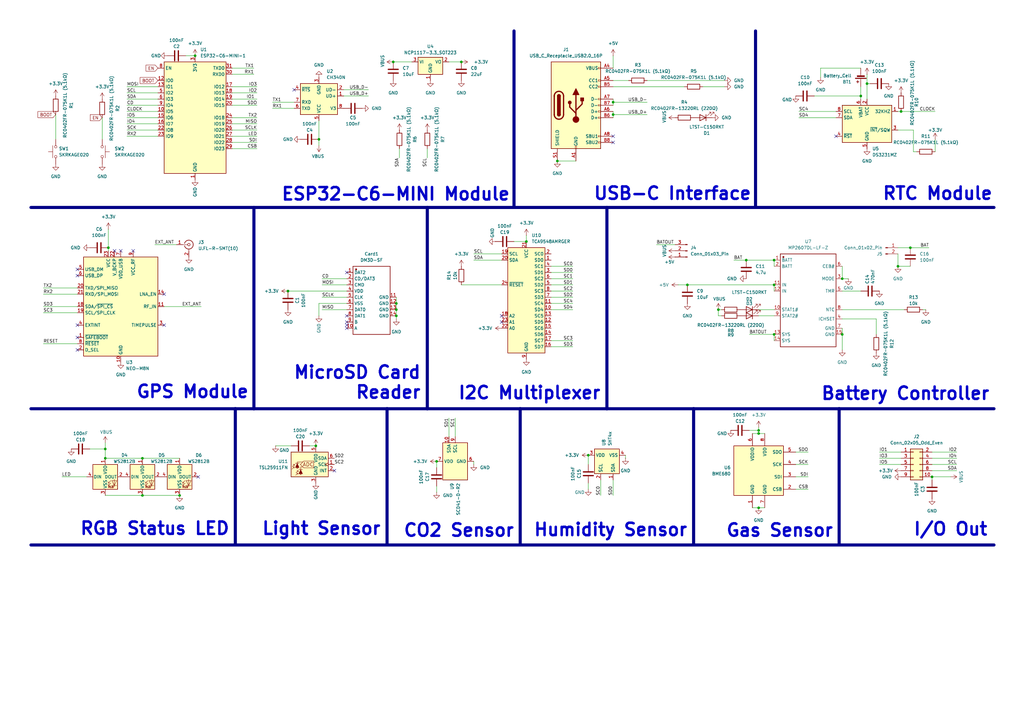
<source format=kicad_sch>
(kicad_sch (version 20250114) (generator "eeschema") (generator_version "9.0")
  (paper "A3")
  (title_block (title "Weather Station") (date "2025-11-28") (rev "4"))
  (text "Light Sensor" (at 131.826 216.916 0) (effects (font (size 5.08 5.08) (thickness 1.016) (bold yes))))
  (text "Battery Controller" (at 371.348 161.544 0) (effects (font (size 5.08 5.08) (thickness 1.016) (bold yes))))
  (text "RGB Status LED" (at 63.5 216.916 0) (effects (font (size 5.08 5.08) (thickness 1.016) (bold yes))))
  (text "MicroSD Card\nReader" (at 172.974 156.972 0) (effects (font (size 5.08 5.08) (thickness 1.016) (bold yes)) (justify right)))
  (text "CO2 Sensor" (at 188.214 217.678 0) (effects (font (size 5.08 5.08) (thickness 1.016) (bold yes))))
  (text "RTC Module" (at 384.556 79.502 0) (effects (font (size 5.08 5.08) (thickness 1.016) (bold yes))))
  (text "I/O Out" (at 389.89 217.17 0) (effects (font (size 5.08 5.08) (thickness 1.016) (bold yes))))
  (text "I2C Multiplexer" (at 217.17 161.29 0) (effects (font (size 5.08 5.08) (thickness 1.016) (bold yes))))
  (text "ESP32-C6-MINI Module" (at 162.306 79.756 0) (effects (font (size 5.08 5.08) (thickness 1.016) (bold yes))))
  (text "GPS Module" (at 78.994 160.782 0) (effects (font (size 5.08 5.08) (thickness 1.016) (bold yes))))
  (text "USB-C Interface" (at 275.844 79.502 0) (effects (font (size 5.08 5.08) (thickness 1.016) (bold yes))))
  (text "Gas Sensor" (at 319.786 217.678 0) (effects (font (size 5.08 5.08) (thickness 1.016) (bold yes))))
  (text "Humidity Sensor" (at 250.444 217.424 0) (effects (font (size 5.08 5.08) (thickness 1.016) (bold yes))))
  (junction (at 317.5 106.68))
  (junction (at 158.75 223.52))
  (junction (at 213.36 167.64))
  (junction (at 162.56 129.54))
  (junction (at 73.66 203.2))
  (junction (at 311.15 177.8))
  (junction (at 251.46 41.91))
  (junction (at 104.14 167.64))
  (junction (at 179.07 189.23))
  (junction (at 228.6 66.04))
  (junction (at 284.48 223.52))
  (junction (at 215.9 99.06))
  (junction (at 355.6 34.29))
  (junction (at 373.38 101.6))
  (junction (at 344.17 223.52))
  (junction (at 309.88 85.09))
  (junction (at 175.26 167.64))
  (junction (at 161.29 25.4))
  (junction (at 345.44 137.16))
  (junction (at 43.18 184.15))
  (junction (at 158.75 167.64))
  (junction (at 213.36 223.52))
  (junction (at 284.48 167.64))
  (junction (at 58.42 187.96))
  (junction (at 317.5 116.84))
  (junction (at 96.52 167.64))
  (junction (at 80.01 22.86))
  (junction (at 251.46 46.99))
  (junction (at 189.23 25.4))
  (junction (at 104.14 85.09))
  (junction (at 306.07 106.68))
  (junction (at 248.92 167.64))
  (junction (at 162.56 124.46))
  (junction (at 248.92 85.09))
  (junction (at 241.3 186.69))
  (junction (at 281.94 116.84))
  (junction (at 175.26 85.09))
  (junction (at 210.82 85.09))
  (junction (at 345.44 114.3))
  (junction (at 369.57 45.72))
  (junction (at 162.56 127))
  (junction (at 96.52 223.52))
  (junction (at 294.64 127))
  (junction (at 382.27 195.58))
  (junction (at 118.11 119.38))
  (junction (at 368.3 109.22))
  (junction (at 311.15 208.28))
  (junction (at 44.45 101.6))
  (junction (at 58.42 203.2))
  (junction (at 43.18 187.96))
  (junction (at 317.5 137.16))
  (junction (at 353.06 39.37))
  (junction (at 344.17 167.64))
  (junction (at 311.15 176.53))
  (junction (at 129.54 182.88))
  (junction (at 130.81 57.15))
  (no_connect (at 342.9 55.88))
  (no_connect (at 31.75 138.43))
  (no_connect (at 142.24 134.62))
  (no_connect (at 67.31 120.65))
  (no_connect (at 137.16 193.04))
  (no_connect (at 205.74 132.08))
  (no_connect (at 31.75 113.03))
  (no_connect (at 251.46 58.42))
  (no_connect (at 81.28 195.58))
  (no_connect (at 142.24 129.54))
  (no_connect (at 142.24 132.08))
  (no_connect (at 31.75 110.49))
  (no_connect (at 251.46 55.88))
  (no_connect (at 31.75 133.35))
  (no_connect (at 142.24 111.76))
  (no_connect (at 205.74 129.54))
  (no_connect (at 142.24 133.35))
  (no_connect (at 120.65 36.83))
  (no_connect (at 31.75 143.51))
  (no_connect (at 46.99 102.87))
  (no_connect (at 67.31 133.35))
  (no_connect (at 54.61 102.87))
  (no_connect (at 49.53 102.87))
  (wire (pts (xy 251.46 40.64) (xy 251.46 41.91)))
  (wire (pts (xy 43.18 181.61) (xy 43.18 184.15)))
  (wire (pts (xy 306.07 106.68) (xy 317.5 106.68)))
  (wire (pts (xy 307.34 137.16) (xy 317.5 137.16)))
  (wire (pts (xy 17.78 120.65) (xy 31.75 120.65)))
  (wire (pts (xy 95.25 50.8) (xy 105.41 50.8)))
  (wire (pts (xy 360.68 187.96) (xy 369.57 187.96)))
  (wire (pts (xy 383.54 57.15) (xy 383.54 62.23)))
  (wire (pts (xy 370.84 127) (xy 345.44 127)))
  (wire (pts (xy 326.39 190.5) (xy 331.47 190.5)))
  (bus (pts (xy 213.36 167.64) (xy 248.92 167.64)) (stroke (width 1.27)))
  (wire (pts (xy 336.55 31.75) (xy 336.55 27.94)))
  (wire (pts (xy 300.99 106.68) (xy 306.07 106.68)))
  (wire (pts (xy 359.41 130.81) (xy 359.41 137.16)))
  (bus (pts (xy 309.88 12.7) (xy 309.88 85.09)) (stroke (width 1.27)))
  (bus (pts (xy 284.48 223.52) (xy 344.17 223.52)) (stroke (width 1.27)))
  (wire (pts (xy 179.07 201.93) (xy 179.07 199.39)))
  (wire (pts (xy 52.07 35.56) (xy 64.77 35.56)))
  (bus (pts (xy 213.36 223.52) (xy 284.48 223.52)) (stroke (width 1.27)))
  (wire (pts (xy 368.3 45.72) (xy 369.57 45.72)))
  (wire (pts (xy 44.45 101.6) (xy 44.45 102.87)))
  (wire (pts (xy 194.31 190.5) (xy 194.31 189.23)))
  (wire (pts (xy 162.56 127) (xy 162.56 129.54)))
  (wire (pts (xy 369.57 45.72) (xy 383.54 45.72)))
  (wire (pts (xy 280.67 35.56) (xy 251.46 35.56)))
  (wire (pts (xy 140.97 36.83) (xy 151.13 36.83)))
  (wire (pts (xy 311.15 129.54) (xy 317.5 129.54)))
  (wire (pts (xy 58.42 203.2) (xy 73.66 203.2)))
  (wire (pts (xy 256.54 187.96) (xy 256.54 186.69)))
  (bus (pts (xy 175.26 85.09) (xy 210.82 85.09)) (stroke (width 1.27)))
  (wire (pts (xy 381 101.6) (xy 373.38 101.6)))
  (bus (pts (xy 158.75 223.52) (xy 158.75 167.64)) (stroke (width 1.27)))
  (wire (pts (xy 105.41 58.42) (xy 95.25 58.42)))
  (wire (pts (xy 132.08 121.92) (xy 142.24 121.92)))
  (wire (pts (xy 25.4 195.58) (xy 35.56 195.58)))
  (wire (pts (xy 184.15 171.45) (xy 184.15 179.07)))
  (wire (pts (xy 105.41 38.1) (xy 95.25 38.1)))
  (bus (pts (xy 175.26 167.64) (xy 175.26 85.09)) (stroke (width 1.27)))
  (wire (pts (xy 234.95 139.7) (xy 226.06 139.7)))
  (wire (pts (xy 130.81 59.69) (xy 130.81 57.15)))
  (wire (pts (xy 251.46 45.72) (xy 251.46 46.99)))
  (wire (pts (xy 41.91 57.15) (xy 41.91 48.26)))
  (wire (pts (xy 36.83 184.15) (xy 43.18 184.15)))
  (wire (pts (xy 345.44 109.22) (xy 345.44 114.3)))
  (bus (pts (xy 284.48 167.64) (xy 344.17 167.64)) (stroke (width 1.27)))
  (wire (pts (xy 105.41 55.88) (xy 95.25 55.88)))
  (wire (pts (xy 63.5 100.33) (xy 72.39 100.33)))
  (bus (pts (xy 344.17 223.52) (xy 344.17 167.64)) (stroke (width 1.27)))
  (wire (pts (xy 373.38 101.6) (xy 368.3 101.6)))
  (wire (pts (xy 118.11 119.38) (xy 142.24 119.38)))
  (wire (pts (xy 130.81 129.54) (xy 130.81 124.46)))
  (wire (pts (xy 184.15 25.4) (xy 189.23 25.4)))
  (wire (pts (xy 234.95 119.38) (xy 226.06 119.38)))
  (wire (pts (xy 251.46 203.2) (xy 251.46 196.85)))
  (wire (pts (xy 251.46 41.91) (xy 265.43 41.91)))
  (bus (pts (xy 344.17 167.64) (xy 407.67 167.64)) (stroke (width 1.27)))
  (wire (pts (xy 392.43 187.96) (xy 382.27 187.96)))
  (wire (pts (xy 360.68 185.42) (xy 369.57 185.42)))
  (wire (pts (xy 311.15 176.53) (xy 311.15 177.8)))
  (wire (pts (xy 281.94 116.84) (xy 317.5 116.84)))
  (wire (pts (xy 43.18 203.2) (xy 58.42 203.2)))
  (wire (pts (xy 52.07 45.72) (xy 64.77 45.72)))
  (wire (pts (xy 379.73 127) (xy 378.46 127)))
  (wire (pts (xy 52.07 43.18) (xy 64.77 43.18)))
  (wire (pts (xy 215.9 96.52) (xy 215.9 99.06)))
  (bus (pts (xy 96.52 223.52) (xy 158.75 223.52)) (stroke (width 1.27)))
  (wire (pts (xy 246.38 203.2) (xy 246.38 196.85)))
  (wire (pts (xy 210.82 99.06) (xy 215.9 99.06)))
  (wire (pts (xy 111.76 41.91) (xy 120.65 41.91)))
  (wire (pts (xy 111.76 44.45) (xy 120.65 44.45)))
  (wire (pts (xy 228.6 66.04) (xy 236.22 66.04)))
  (wire (pts (xy 44.45 93.98) (xy 44.45 101.6)))
  (bus (pts (xy 210.82 12.7) (xy 210.82 85.09)) (stroke (width 1.27)))
  (wire (pts (xy 104.14 27.94) (xy 95.25 27.94)))
  (wire (pts (xy 105.41 48.26) (xy 95.25 48.26)))
  (wire (pts (xy 308.61 177.8) (xy 311.15 177.8)))
  (wire (pts (xy 52.07 53.34) (xy 64.77 53.34)))
  (wire (pts (xy 317.5 106.68) (xy 317.5 109.22)))
  (wire (pts (xy 179.07 191.77) (xy 179.07 189.23)))
  (wire (pts (xy 132.08 127) (xy 142.24 127)))
  (wire (pts (xy 17.78 128.27) (xy 31.75 128.27)))
  (wire (pts (xy 163.83 64.77) (xy 163.83 60.96)))
  (wire (pts (xy 251.46 46.99) (xy 265.43 46.99)))
  (wire (pts (xy 353.06 35.56) (xy 353.06 39.37)))
  (wire (pts (xy 105.41 35.56) (xy 95.25 35.56)))
  (wire (pts (xy 356.87 34.29) (xy 355.6 34.29)))
  (wire (pts (xy 105.41 53.34) (xy 95.25 53.34)))
  (wire (pts (xy 130.81 124.46) (xy 142.24 124.46)))
  (wire (pts (xy 140.97 39.37) (xy 151.13 39.37)))
  (wire (pts (xy 345.44 137.16) (xy 345.44 143.51)))
  (wire (pts (xy 326.39 195.58) (xy 331.47 195.58)))
  (wire (pts (xy 17.78 140.97) (xy 31.75 140.97)))
  (wire (pts (xy 43.18 184.15) (xy 43.18 187.96)))
  (wire (pts (xy 368.3 109.22) (xy 373.38 109.22)))
  (wire (pts (xy 162.56 121.92) (xy 162.56 124.46)))
  (wire (pts (xy 336.55 27.94) (xy 353.06 27.94)))
  (wire (pts (xy 334.01 39.37) (xy 353.06 39.37)))
  (wire (pts (xy 375.92 62.23) (xy 374.65 62.23)))
  (wire (pts (xy 355.6 34.29) (xy 355.6 40.64)))
  (bus (pts (xy 213.36 223.52) (xy 213.36 167.64)) (stroke (width 1.27)))
  (wire (pts (xy 389.89 195.58) (xy 382.27 195.58)))
  (wire (pts (xy 234.95 124.46) (xy 226.06 124.46)))
  (wire (pts (xy 360.68 190.5) (xy 369.57 190.5)))
  (wire (pts (xy 326.39 185.42) (xy 331.47 185.42)))
  (wire (pts (xy 317.5 137.16) (xy 317.5 139.7)))
  (wire (pts (xy 52.07 55.88) (xy 64.77 55.88)))
  (wire (pts (xy 311.15 177.8) (xy 313.69 177.8)))
  (wire (pts (xy 327.66 45.72) (xy 342.9 45.72)))
  (wire (pts (xy 226.06 109.22) (xy 234.95 109.22)))
  (bus (pts (xy 96.52 167.64) (xy 104.14 167.64)) (stroke (width 1.27)))
  (wire (pts (xy 52.07 50.8) (xy 64.77 50.8)))
  (wire (pts (xy 127 182.88) (xy 129.54 182.88)))
  (wire (pts (xy 95.25 40.64) (xy 105.41 40.64)))
  (wire (pts (xy 251.46 41.91) (xy 251.46 43.18)))
  (wire (pts (xy 17.78 118.11) (xy 31.75 118.11)))
  (wire (pts (xy 368.3 109.22) (xy 368.3 104.14)))
  (wire (pts (xy 294.64 127) (xy 295.91 127)))
  (wire (pts (xy 113.03 182.88) (xy 119.38 182.88)))
  (bus (pts (xy 158.75 223.52) (xy 213.36 223.52)) (stroke (width 1.27)))
  (wire (pts (xy 327.66 48.26) (xy 342.9 48.26)))
  (wire (pts (xy 392.43 193.04) (xy 382.27 193.04)))
  (wire (pts (xy 382.27 196.85) (xy 382.27 195.58)))
  (wire (pts (xy 161.29 25.4) (xy 168.91 25.4)))
  (wire (pts (xy 234.95 121.92) (xy 226.06 121.92)))
  (bus (pts (xy 96.52 167.64) (xy 96.52 223.52)) (stroke (width 1.27)))
  (wire (pts (xy 345.44 134.62) (xy 345.44 137.16)))
  (wire (pts (xy 105.41 43.18) (xy 95.25 43.18)))
  (wire (pts (xy 58.42 187.96) (xy 73.66 187.96)))
  (wire (pts (xy 22.86 57.15) (xy 22.86 46.99)))
  (wire (pts (xy 186.69 171.45) (xy 186.69 179.07)))
  (wire (pts (xy 52.07 40.64) (xy 64.77 40.64)))
  (wire (pts (xy 317.5 116.84) (xy 317.5 119.38)))
  (wire (pts (xy 162.56 124.46) (xy 162.56 127)))
  (wire (pts (xy 251.46 22.86) (xy 251.46 27.94)))
  (bus (pts (xy 248.92 85.09) (xy 309.88 85.09)) (stroke (width 1.27)))
  (wire (pts (xy 353.06 39.37) (xy 353.06 40.64)))
  (bus (pts (xy 210.82 85.09) (xy 248.92 85.09)) (stroke (width 1.27)))
  (wire (pts (xy 52.07 38.1) (xy 64.77 38.1)))
  (wire (pts (xy 234.95 114.3) (xy 226.06 114.3)))
  (wire (pts (xy 104.14 30.48) (xy 95.25 30.48)))
  (bus (pts (xy 248.92 167.64) (xy 284.48 167.64)) (stroke (width 1.27)))
  (wire (pts (xy 257.81 33.02) (xy 251.46 33.02)))
  (bus (pts (xy 104.14 85.09) (xy 175.26 85.09)) (stroke (width 1.27)))
  (wire (pts (xy 308.61 208.28) (xy 311.15 208.28)))
  (wire (pts (xy 76.2 22.86) (xy 80.01 22.86)))
  (wire (pts (xy 294.64 127) (xy 294.64 129.54)))
  (wire (pts (xy 234.95 116.84) (xy 226.06 116.84)))
  (wire (pts (xy 82.55 125.73) (xy 67.31 125.73)))
  (wire (pts (xy 326.39 200.66) (xy 331.47 200.66)))
  (wire (pts (xy 311.15 127) (xy 317.5 127)))
  (wire (pts (xy 251.46 46.99) (xy 251.46 48.26)))
  (bus (pts (xy 284.48 223.52) (xy 284.48 167.64)) (stroke (width 1.27)))
  (bus (pts (xy 309.88 85.09) (xy 407.67 85.09)) (stroke (width 1.27)))
  (wire (pts (xy 311.15 175.26) (xy 311.15 176.53)))
  (wire (pts (xy 307.34 176.53) (xy 311.15 176.53)))
  (bus (pts (xy 175.26 167.64) (xy 213.36 167.64)) (stroke (width 1.27)))
  (wire (pts (xy 105.41 60.96) (xy 95.25 60.96)))
  (wire (pts (xy 234.95 142.24) (xy 226.06 142.24)))
  (wire (pts (xy 294.64 129.54) (xy 295.91 129.54)))
  (wire (pts (xy 194.31 104.14) (xy 205.74 104.14)))
  (wire (pts (xy 392.43 185.42) (xy 382.27 185.42)))
  (wire (pts (xy 347.98 114.3) (xy 345.44 114.3)))
  (bus (pts (xy 158.75 167.64) (xy 175.26 167.64)) (stroke (width 1.27)))
  (wire (pts (xy 345.44 119.38) (xy 353.06 119.38)))
  (bus (pts (xy 248.92 167.64) (xy 248.92 85.09)) (stroke (width 1.27)))
  (bus (pts (xy 104.14 85.09) (xy 104.14 167.64)) (stroke (width 1.27)))
  (wire (pts (xy 311.15 208.28) (xy 313.69 208.28)))
  (wire (pts (xy 374.65 53.34) (xy 368.3 53.34)))
  (wire (pts (xy 132.08 114.3) (xy 142.24 114.3)))
  (wire (pts (xy 241.3 200.66) (xy 241.3 198.12)))
  (wire (pts (xy 265.43 33.02) (xy 297.18 33.02)))
  (wire (pts (xy 241.3 190.5) (xy 241.3 186.69)))
  (wire (pts (xy 132.08 116.84) (xy 142.24 116.84)))
  (wire (pts (xy 269.24 100.33) (xy 276.86 100.33)))
  (wire (pts (xy 189.23 116.84) (xy 205.74 116.84)))
  (wire (pts (xy 194.31 106.68) (xy 205.74 106.68)))
  (wire (pts (xy 226.06 111.76) (xy 234.95 111.76)))
  (wire (pts (xy 297.18 35.56) (xy 288.29 35.56)))
  (wire (pts (xy 43.18 187.96) (xy 58.42 187.96)))
  (wire (pts (xy 392.43 190.5) (xy 382.27 190.5)))
  (wire (pts (xy 374.65 62.23) (xy 374.65 53.34)))
  (bus (pts (xy 12.7 85.09) (xy 104.14 85.09)) (stroke (width 1.27)))
  (wire (pts (xy 52.07 48.26) (xy 64.77 48.26)))
  (wire (pts (xy 130.81 57.15) (xy 130.81 49.53)))
  (bus (pts (xy 12.7 223.52) (xy 96.52 223.52)) (stroke (width 1.27)))
  (wire (pts (xy 355.6 30.48) (xy 355.6 34.29)))
  (wire (pts (xy 162.56 130.81) (xy 162.56 129.54)))
  (wire (pts (xy 278.13 116.84) (xy 281.94 116.84)))
  (bus (pts (xy 12.7 167.64) (xy 96.52 167.64)) (stroke (width 1.27)))
  (bus (pts (xy 344.17 223.52) (xy 407.67 223.52)) (stroke (width 1.27)))
  (wire (pts (xy 234.95 127) (xy 226.06 127)))
  (wire (pts (xy 17.78 125.73) (xy 31.75 125.73)))
  (bus (pts (xy 104.14 167.64) (xy 158.75 167.64)) (stroke (width 1.27)))
  (wire (pts (xy 175.26 64.77) (xy 175.26 60.96)))
  (wire (pts (xy 359.41 130.81) (xy 345.44 130.81)))
  (label "EXT_ANT" (at 63.5 100.33 0))
  (label "TX2" (at 17.78 118.11 0))
  (label "SD4" (at 327.66 48.26 0))
  (label "SDO" (at 105.41 43.18 180))
  (label "USB_D-" (at 265.43 41.91 180))
  (label "USB_D-" (at 151.13 36.83 180))
  (label "IO4" (at 52.07 50.8 0))
  (label "RX1" (at 111.76 44.45 0))
  (label "IO3" (at 105.41 35.56 180))
  (label "CSB" (at 331.47 200.66 180))
  (label "SC2" (at 137.16 190.5 0))
  (label "IO2" (at 392.43 185.42 180))
  (label "SDA" (at 194.31 106.68 0))
  (label "RESET" (at 17.78 140.97 0))
  (label "SC4" (at 234.95 124.46 180))
  (label "SCL" (at 52.07 38.1 0))
  (label "SD2" (at 234.95 121.92 180))
  (label "LED" (at 25.4 195.58 0))
  (label "IO3" (at 360.68 187.96 0))
  (label "USB_D+" (at 151.13 39.37 180))
  (label "SD0" (at 234.95 111.76 180))
  (label "SC1" (at 186.69 171.45 270))
  (label "USB_D+" (at 265.43 46.99 180))
  (label "RX2" (at 17.78 120.65 0))
  (label "TX1" (at 104.14 27.94 180))
  (label "SD4" (at 234.95 127 180))
  (label "SD1" (at 184.15 171.45 270))
  (label "SC0" (at 246.38 203.2 90))
  (label "SCK" (at 52.07 53.34 0))
  (label "SDI" (at 105.41 58.42 180))
  (label "SCL" (at 175.26 64.77 270))
  (label "SC3" (at 17.78 128.27 0))
  (label "MISO" (at 105.41 50.8 180))
  (label "LED" (at 105.41 55.88 180))
  (label "SC3" (at 234.95 139.7 180))
  (label "TX2" (at 105.41 48.26 180))
  (label "CD" (at 52.07 43.18 0))
  (label "SC2" (at 234.95 119.38 180))
  (label "IO4" (at 392.43 187.96 180))
  (label "SD2" (at 137.16 187.96 0))
  (label "SD3" (at 234.95 142.24 180))
  (label "MOSI" (at 132.08 116.84 0))
  (label "BATOUT" (at 269.24 100.33 0))
  (label "BAT" (at 381 101.6 180))
  (label "MOSI" (at 52.07 35.56 0))
  (label "CD" (at 132.08 114.3 0))
  (label "SCL" (at 194.31 104.14 0))
  (label "CSB" (at 105.41 60.96 180))
  (label "SC0" (at 234.95 109.22 180))
  (label "SD3" (at 17.78 125.73 0))
  (label "SDA" (at 52.07 40.64 0))
  (label "IO1 " (at 105.41 40.64 180))
  (label "IO5" (at 52.07 48.26 0))
  (label "SCK" (at 331.47 190.5 180))
  (label "SDO" (at 331.47 185.42 180))
  (label "CLOCK" (at 383.54 45.72 180))
  (label "SD0" (at 251.46 203.2 90))
  (label "SDA" (at 163.83 64.77 270))
  (label "IO5" (at 360.68 190.5 0))
  (label "MISO" (at 132.08 127 0))
  (label "SDI" (at 331.47 195.58 180))
  (label "SCLK" (at 105.41 53.34 180))
  (label "SCL" (at 392.43 190.5 180))
  (label "CLOCK" (at 52.07 45.72 0))
  (label "SC1" (at 234.95 114.3 180))
  (label "BATOUT" (at 307.34 137.16 0))
  (label "IO1 " (at 360.68 185.42 0))
  (label "BAT" (at 300.99 106.68 0))
  (label "SC4" (at 327.66 45.72 0))
  (label "IO2" (at 105.41 38.1 180))
  (label "SCLK" (at 132.08 121.92 0))
  (label "SDA" (at 392.43 193.04 180))
  (label "SD1" (at 234.95 116.84 180))
  (label "TX1" (at 111.76 41.91 0))
  (label "EXT_ANT" (at 82.55 125.73 180))
  (label "RX1" (at 104.14 30.48 180))
  (label "RX2" (at 52.07 55.88 0))
  (global_label "EN" (shape input) (at 41.91 48.26 180) (property "Intersheetrefs" "${INTERSHEET_REFS}" (effects (hide yes))))
  (global_label "EN" (shape input) (at 64.77 27.94 180) (property "Intersheetrefs" "${INTERSHEET_REFS}" (effects (hide yes))))
  (global_label "BOOT" (shape input) (at 22.86 46.99 180) (property "Intersheetrefs" "${INTERSHEET_REFS}" (effects (hide yes))))
  (global_label "BOOT" (shape input) (at 64.77 33.02 180) (property "Intersheetrefs" "${INTERSHEET_REFS}" (effects (hide yes))))
  (symbol (lib_id "power:+3.3V") (at 175.26 53.34 0) (unit 1)
    (property "Reference" "#PWR032" (effects (hide yes)))
    (property "Value" "+3.3V" (at 175.26 48.26 0))
    (property "Description" "Power symbol creates a global label with name \"+3.3V\"" (effects (hide yes)))
  )
  (symbol (lib_id "Device:C") (at 118.11 123.19 0) (unit 1)
    (property "Reference" "C1" (at 121.92 123.19 90))
    (property "Value" "100nF" (at 124.46 123.19 90))
    (property "Footprint" "10uF:C0402" (effects (hide yes)))
    (property "Description" "Unpolarized capacitor" (effects (hide yes)))
  )
  (symbol (lib_id "power:GND") (at 77.47 105.41 0) (unit 1)
    (property "Reference" "#PWR034" (effects (hide yes)))
    (property "Value" "GND" (at 77.47 110.49 0))
    (property "Description" "Power symbol creates a global label with name \"GND\" , ground" (effects (hide yes)))
  )
  (symbol (lib_id "Switch:SW_Push") (at 41.91 62.23 270) (unit 1)
    (property "Reference" "SW2" (at 46.99 60.9599 90) (effects (justify left)))
    (property "Value" "SKRKAGE020" (at 46.99 63.4999 90) (effects (justify left)))
    (property "Footprint" "Button_Switch_SMD:SW_Push_SPST_NO_Alps_SKRK" (effects (hide yes)))
    (property "Description" "Push button switch, generic, two pins" (effects (hide yes)))
  )
  (symbol (lib_id "power:VBUS") (at 161.29 25.4 90) (unit 1)
    (property "Reference" "#PWR029" (effects (hide yes)))
    (property "Value" "VBUS" (at 156.8958 25.019 0))
  )
  (symbol (lib_id "power:GND") (at 311.15 208.28 0) (unit 1)
    (property "Reference" "#PWR049" (effects (hide yes)))
    (property "Value" "GND" (at 311.15 213.36 0))
    (property "Description" "Power symbol creates a global label with name \"GND\" , ground" (effects (hide yes)))
  )
  (symbol (lib_id "power:+3.3V") (at 369.57 38.1 0) (unit 1)
    (property "Reference" "#PWR051" (effects (hide yes)))
    (property "Value" "+3.3V" (at 369.57 33.02 0))
    (property "Description" "Power symbol creates a global label with name \"+3.3V\"" (effects (hide yes)))
  )
  (symbol (lib_id "Device:R") (at 261.62 33.02 90) (unit 1)
    (property "Reference" "R3" (at 261.62 26.67 90))
    (property "Value" "RC0402FR-075K1L (5.1kΩ)" (at 261.62 29.21 90))
    (property "Footprint" "0402:R0402" (effects (hide yes)))
    (property "Description" "Resistor" (effects (hide yes)))
  )
  (symbol (lib_id "Switch:SW_Push") (at 22.86 62.23 90) (unit 1)
    (property "Reference" "SW1" (at 24.13 60.9599 90) (effects (justify right)))
    (property "Value" "SKRKAGE020" (at 24.13 63.4999 90) (effects (justify right)))
    (property "Footprint" "Button_Switch_SMD:SW_Push_SPST_NO_Alps_SKRK" (effects (hide yes)))
    (property "Description" "Push button switch, generic, two pins" (effects (hide yes)))
  )
  (symbol (lib_id "power:+3.3V") (at 80.01 22.86 0) (unit 1)
    (property "Reference" "#PWR015" (effects (hide yes)))
    (property "Value" "+3.3V" (at 80.01 17.78 0))
    (property "Description" "Power symbol creates a global label with name \"+3.3V\"" (effects (hide yes)))
  )
  (symbol (lib_id "Device:R") (at 379.73 62.23 90) (unit 1)
    (property "Reference" "R11" (at 379.73 55.88 90))
    (property "Value" "RC0402FR-075K1L (5.1kΩ)" (at 379.73 58.42 90))
    (property "Footprint" "0402:R0402" (effects (hide yes)))
    (property "Description" "Resistor" (effects (hide yes)))
  )
  (symbol (lib_name "GND_1") (lib_id "power:GND") (at 299.72 176.53 0) (unit 1)
    (property "Reference" "#PWR045" (effects (hide yes)))
    (property "Value" "GND" (at 294.132 177.8 0) (effects (justify left)))
    (property "Description" "Power symbol creates a global label with name \"GND\" , ground" (effects (hide yes)))
  )
  (symbol (lib_id "Device:R") (at 280.67 48.26 90) (unit 1)
    (property "Reference" "R4" (at 280.67 41.91 90))
    (property "Value" "RC0402FR-13220RL (220Ω)" (at 280.67 44.45 90))
    (property "Footprint" "0402:R0402" (effects (hide yes)))
    (property "Description" "Resistor" (effects (hide yes)))
  )
  (symbol (lib_name "GND_1") (lib_id "power:GND") (at 194.31 190.5 0) (unit 1)
    (property "Reference" "#PWR067" (effects (hide yes)))
    (property "Value" "GND" (at 196.85 191.7699 0) (effects (justify left)))
    (property "Description" "Power symbol creates a global label with name \"GND\" , ground" (effects (hide yes)))
  )
  (symbol (lib_id "Regulator_Linear:NCP1117-3.3_SOT223") (at 176.53 25.4 0) (unit 1)
    (property "Reference" "U4" (at 176.53 19.05 0))
    (property "Value" "NCP1117-3.3_SOT223" (at 176.53 21.59 0))
    (property "Footprint" "Package_TO_SOT_SMD:SOT-223-3_TabPin2" (effects (hide yes)))
    (property "Datasheet" "http://www.onsemi.com/pub_link/Collateral/NCP1117-D.PDF" (effects (hide yes)))
    (property "Description" "1A Low drop-out regulator, Fixed Output 3.3V, SOT-223" (effects (hide yes)))
  )
  (symbol (lib_id "power:+5V") (at 251.46 22.86 0) (unit 1)
    (property "Reference" "#PWR06" (effects (hide yes)))
    (property "Value" "+5V" (at 251.46 17.78 0))
    (property "Description" "Power symbol creates a global label with name \"+5V\"" (effects (hide yes)))
  )
  (symbol (lib_id "LED:WS2812B") (at 58.42 195.58 0) (unit 1)
    (property "Reference" "D5" (at 66.294 186.69 0))
    (property "Value" "WS2812B" (at 66.294 189.23 0))
    (property "Footprint" "LED_SMD:LED_WS2812B_PLCC4_5.0x5.0mm_P3.2mm" (effects (hide yes)))
    (property "Datasheet" "https://cdn-shop.adafruit.com/datasheets/WS2812B.pdf" (effects (hide yes)))
    (property "Description" "RGB LED with integrated controller" (effects (hide yes)))
  )
  (symbol (lib_id "Interface_USB:CH340N") (at 130.81 41.91 180) (unit 1)
    (property "Reference" "U2" (at 133.9281 29.21 0) (effects (justify right)))
    (property "Value" "CH340N" (at 133.9281 31.75 0) (effects (justify right)))
    (property "Footprint" "Package_SO:SOP-8_3.9x4.9mm_P1.27mm" (effects (hide yes)))
    (property "Datasheet" "https://aitendo3.sakura.ne.jp/aitendo_data/product_img/ic/inteface/CH340N/ch340n.pdf" (effects (hide yes)))
    (property "Description" "USB serial converter, 2Mbps, UART, SOP-8" (effects (hide yes)))
  )
  (symbol (lib_id "Device:C") (at 161.29 29.21 0) (unit 1)
    (property "Reference" "C7" (at 165.1 27.9399 0) (effects (justify left)))
    (property "Value" "10uF" (at 165.1 30.4799 0) (effects (justify left)))
    (property "Footprint" "10uF:C0402" (effects (hide yes)))
    (property "Description" "Unpolarized capacitor" (effects (hide yes)))
  )
  (symbol (lib_id "LED:WS2812B") (at 43.18 195.58 0) (unit 1)
    (property "Reference" "D4" (at 51.054 186.69 0))
    (property "Value" "WS2812B" (at 51.054 189.23 0))
    (property "Footprint" "LED_SMD:LED_WS2812B_PLCC4_5.0x5.0mm_P3.2mm" (effects (hide yes)))
    (property "Datasheet" "https://cdn-shop.adafruit.com/datasheets/WS2812B.pdf" (effects (hide yes)))
    (property "Description" "RGB LED with integrated controller" (effects (hide yes)))
  )
  (symbol (lib_id "power:VBUS") (at 276.86 102.87 90) (unit 1)
    (property "Reference" "#PWR037" (effects (hide yes)))
    (property "Value" "VBUS" (at 272.542 102.87 0))
  )
  (symbol (lib_id "power:+3.3V") (at 189.23 25.4 270) (unit 1)
    (property "Reference" "#PWR035" (effects (hide yes)))
    (property "Value" "+3.3V" (at 194.31 25.3999 90) (effects (justify left)))
    (property "Description" "Power symbol creates a global label with name \"+3.3V\"" (effects (hide yes)))
  )
  (symbol (lib_id "power:GND") (at 49.53 148.59 0) (unit 1)
    (property "Reference" "#PWR028" (effects (hide yes)))
    (property "Value" "GND" (at 49.53 153.67 0))
    (property "Description" "Power symbol creates a global label with name \"GND\" , ground" (effects (hide yes)))
  )
  (symbol (lib_id "power:GND") (at 41.91 67.31 0) (unit 1)
    (property "Reference" "#PWR05" (effects (hide yes)))
    (property "Value" "GND" (at 41.91 72.39 0))
    (property "Description" "Power symbol creates a global label with name \"GND\" , ground" (effects (hide yes)))
  )
  (symbol (lib_id "Interface_Expansion:TCA9548AMRGER") (at 215.9 121.92 0) (unit 1)
    (property "Reference" "U10" (at 218.0433 96.52 0) (effects (justify left)))
    (property "Value" "TCA9548AMRGER" (at 218.0433 99.06 0) (effects (justify left)))
    (property "Footprint" "Package_DFN_QFN:Texas_RGE0024C_VQFN-24-1EP_4x4mm_P0.5mm_EP2.1x2.1mm" (effects (hide yes)))
    (property "Datasheet" "http://www.ti.com/lit/ds/symlink/tca9548a.pdf" (effects (hide yes)))
    (property "Description" "Low voltage 8-channel I2C switch with reset, VQFN-24" (effects (hide yes)))
  )
  (symbol (lib_name "GND_1") (lib_id "power:GND") (at 179.07 201.93 0) (unit 1)
    (property "Reference" "#PWR064" (effects (hide yes)))
    (property "Value" "GND" (at 181.61 203.1999 0) (effects (justify left)))
    (property "Description" "Power symbol creates a global label with name \"GND\" , ground" (effects (hide yes)))
  )
  (symbol (lib_id "power:GND") (at 292.1 48.26 90) (unit 1)
    (property "Reference" "#PWR018" (effects (hide yes)))
    (property "Value" "GND" (at 295.91 48.26 90) (effects (justify right)))
    (property "Description" "Power symbol creates a global label with name \"GND\" , ground" (effects (hide yes)))
  )
  (symbol (lib_id "power:GND") (at 148.59 44.45 90) (unit 1)
    (property "Reference" "#PWR026" (effects (hide yes)))
    (property "Value" "GND" (at 152.4 44.4499 90) (effects (justify right)))
    (property "Description" "Power symbol creates a global label with name \"GND\" , ground" (effects (hide yes)))
  )
  (symbol (lib_id "MP2607DL:MP2607DL-LF-Z") (at 331.47 123.19 0) (unit 1)
    (property "Reference" "U7" (at 331.47 99.06 0))
    (property "Value" "MP2607DL-LF-Z" (at 331.47 101.6 0))
    (property "Footprint" "MP2607DL:MP2607DL" (effects (hide yes)))
    (property "Manufacturer Part" "MP2607DL-LF-Z" (effects (hide yes)))
    (property "Manufacturer" "MPS(芯源)" (effects (hide yes)))
    (property "Supplier Part" "C7231613" (effects (hide yes)))
    (property "Supplier" "LCSC" (effects (hide yes)))
  )
  (symbol (lib_id "Device:Battery_Cell") (at 353.06 30.48 180) (unit 1)
    (property "Reference" "BT1" (at 349.25 33.5916 0) (effects (justify left)))
    (property "Value" "Battery_Cell" (at 349.25 31.0516 0) (effects (justify left)))
    (property "Footprint" "Battery:BatteryHolder_Keystone_3000_1x12mm" (effects (hide yes)))
    (property "Description" "Single-cell battery" (effects (hide yes)))
  )
  (symbol (lib_id "Connector:Conn_Coaxial") (at 77.47 100.33 0) (unit 1)
    (property "Reference" "J3" (at 81.28 99.3531 0) (effects (justify left)))
    (property "Value" "U.FL-R-SMT(10)" (at 81.28 101.8931 0) (effects (justify left)))
    (property "Footprint" "Connector_Coaxial:U.FL_Hirose_U.FL-R-SMT-1_Vertical" (effects (hide yes)))
    (property "Description" "coaxial connector (BNC, SMA, SMB, SMC, Cinch/RCA, LEMO, ...)" (effects (hide yes)))
  )
  (symbol (lib_id "Device:C") (at 281.94 120.65 0) (unit 1)
    (property "Reference" "C9" (at 285.75 119.3799 0) (effects (justify left)))
    (property "Value" "10uF" (at 285.75 121.9199 0) (effects (justify left)))
    (property "Footprint" "10uF:C0402" (effects (hide yes)))
    (property "Description" "Unpolarized capacitor" (effects (hide yes)))
  )
  (symbol (lib_id "Device:C") (at 144.78 44.45 270) (unit 1)
    (property "Reference" "C5" (at 144.78 48.26 90))
    (property "Value" "100nF" (at 144.78 50.8 90))
    (property "Footprint" "10uF:C0402" (effects (hide yes)))
    (property "Description" "Unpolarized capacitor" (effects (hide yes)))
  )
  (symbol (lib_name "GND_1") (lib_id "power:GND") (at 345.44 143.51 0) (unit 1)
    (property "Reference" "#PWR052" (effects (hide yes)))
    (property "Value" "GND" (at 345.44 148.59 0))
    (property "Description" "Power symbol creates a global label with name \"GND\" , ground" (effects (hide yes)))
  )
  (symbol (lib_id "Timer_RTC:DS3231MZ") (at 355.6 50.8 0) (unit 1)
    (property "Reference" "U5" (at 357.7433 60.96 0) (effects (justify left)))
    (property "Value" "DS3231MZ" (at 357.7433 63.5 0) (effects (justify left)))
    (property "Footprint" "Package_SO:SOIC-8_3.9x4.9mm_P1.27mm" (effects (hide yes)))
    (property "Datasheet" "http://datasheets.maximintegrated.com/en/ds/DS3231M.pdf" (effects (hide yes)))
    (property "Description" "±5ppm, I2C Real-Time Clock SOIC-8" (effects (hide yes)))
  )
  (symbol (lib_id "Connector:Conn_01x02_Pin") (at 363.22 101.6 0) (unit 1)
    (property "Reference" "J5" (at 361.95 104.1401 0) (effects (justify right)))
    (property "Value" "Conn_01x02_Pin" (at 361.95 101.6001 0) (effects (justify right)))
    (property "Footprint" "Connector_JST:JST_PH_S2B-PH-K_1x02_P2.00mm_Horizontal" (effects (hide yes)))
    (property "Description" "Generic connector, single row, 01x02, script generated" (effects (hide yes)))
  )
  (symbol (lib_id "Device:R") (at 359.41 140.97 0) (unit 1)
    (property "Reference" "R12" (at 365.76 140.97 90))
    (property "Value" "RC0402FR-075K1L (5.1kΩ)" (at 363.22 140.97 90))
    (property "Footprint" "0402:R0402" (effects (hide yes)))
    (property "Description" "Resistor" (effects (hide yes)))
  )
  (symbol (lib_id "power:VBUS") (at 294.64 127 0) (unit 1)
    (property "Reference" "#PWR042" (effects (hide yes)))
    (property "Value" "VBUS" (at 295.021 122.6058 0))
  )
  (symbol (lib_id "Device:R") (at 189.23 113.03 180) (unit 1)
    (property "Reference" "R14" (at 184.15 113.03 90))
    (property "Value" "10k" (at 186.69 113.03 90))
    (property "Footprint" "0402:R0402" (effects (hide yes)))
    (property "Description" "Resistor" (effects (hide yes)))
  )
  (symbol (lib_id "power:GND") (at 73.66 203.2 0) (unit 1)
    (property "Reference" "#PWR073" (effects (hide yes)))
    (property "Value" "GND" (at 73.66 208.28 0))
    (property "Description" "Power symbol creates a global label with name \"GND\" , ground" (effects (hide yes)))
  )
  (symbol (lib_id "Device:C") (at 356.87 119.38 90) (unit 1)
    (property "Reference" "C14" (at 355.7016 116.459 0) (effects (justify left)))
    (property "Value" "470nF" (at 358.013 116.459 0) (effects (justify left)))
    (property "Footprint" "Capacitor_SMD:C_0402_1005Metric" (effects (hide yes)))
  )
  (symbol (lib_id "power:GND") (at 326.39 39.37 0) (unit 1)
    (property "Reference" "#PWR041" (effects (hide yes)))
    (property "Value" "GND" (at 322.834 40.894 0))
    (property "Description" "Power symbol creates a global label with name \"GND\" , ground" (effects (hide yes)))
  )
  (symbol (lib_id "Device:C") (at 382.27 200.66 180) (unit 1)
    (property "Reference" "C3" (at 378.46 200.66 90))
    (property "Value" "100nF" (at 375.92 200.66 90))
    (property "Footprint" "10uF:C0402" (effects (hide yes)))
    (property "Description" "Unpolarized capacitor" (effects (hide yes)))
  )
  (symbol (lib_id "Device:C") (at 373.38 105.41 0) (unit 1)
    (property "Reference" "C16" (at 377.19 104.1399 0) (effects (justify left)))
    (property "Value" "100nF" (at 377.19 106.6799 0) (effects (justify left)))
    (property "Footprint" "10uF:C0402" (effects (hide yes)))
    (property "Description" "Unpolarized capacitor" (effects (hide yes)))
  )
  (symbol (lib_id "Device:R") (at 163.83 57.15 0) (unit 1)
    (property "Reference" "R6" (at 170.18 57.15 90))
    (property "Value" "RC0402FR-075K1L (5.1kΩ)" (at 167.64 57.15 90))
    (property "Footprint" "0402:R0402" (effects (hide yes)))
    (property "Description" "Resistor" (effects (hide yes)))
  )
  (symbol (lib_name "GND_1") (lib_id "power:GND") (at 113.03 182.88 0) (unit 1)
    (property "Reference" "#PWR070" (effects (hide yes)))
    (property "Value" "GND" (at 114.554 184.658 0) (effects (justify left)))
    (property "Description" "Power symbol creates a global label with name \"GND\" , ground" (effects (hide yes)))
  )
  (symbol (lib_id "power:+3.3V") (at 215.9 96.52 0) (unit 1)
    (property "Reference" "#PWR071" (effects (hide yes)))
    (property "Value" "+3.3V" (at 215.9 91.44 0))
    (property "Description" "Power symbol creates a global label with name \"+3.3V\"" (effects (hide yes)))
  )
  (symbol (lib_id "power:+3.3V") (at 369.57 193.04 90) (unit 1)
    (property "Reference" "#PWR09" (effects (hide yes)))
    (property "Value" "+3.3V" (at 363.22 193.04 90))
    (property "Description" "Power symbol creates a global label with name \"+3.3V\"" (effects (hide yes)))
  )
  (symbol (lib_id "Device:LED") (at 307.34 129.54 180) (unit 1)
    (property "Reference" "D3" (at 307.34 124.46 0))
    (property "Value" "LTST-C150RKT" (effects (hide yes)))
    (property "Footprint" "LED_SMD:LED_1206_3216Metric" (effects (hide yes)))
    (property "Description" "Light emitting diode" (effects (hide yes)))
    (property "Sim.Pins" "1=K 2=A" (effects (hide yes)))
  )
  (symbol (lib_id "RF_GPS:NEO-M8N") (at 49.53 125.73 0) (unit 1)
    (property "Reference" "U3" (at 51.6733 148.59 0) (effects (justify left)))
    (property "Value" "NEO-M8N" (at 51.6733 151.13 0) (effects (justify left)))
    (property "Footprint" "RF_GPS:ublox_NEO" (effects (hide yes)))
    (property "Datasheet" "https://content.u-blox.com/sites/default/files/NEO-M8-FW3_DataSheet_UBX-15031086.pdf" (effects (hide yes)))
    (property "Description" "GNSS Module NEO M8, VCC 2.7V to 3.6V" (effects (hide yes)))
  )
  (symbol (lib_name "GND_1") (lib_id "power:GND") (at 379.73 127 0) (unit 1)
    (property "Reference" "#PWR061" (effects (hide yes)))
    (property "Value" "GND" (at 379.73 132.08 0))
    (property "Description" "Power symbol creates a global label with name \"GND\" , ground" (effects (hide yes)))
  )
  (symbol (lib_id "Device:C") (at 33.02 184.15 90) (unit 1)
    (property "Reference" "C18" (at 33.02 180.34 90))
    (property "Value" "100nF" (at 33.02 177.8 90))
    (property "Footprint" "10uF:C0402" (effects (hide yes)))
    (property "Description" "Unpolarized capacitor" (effects (hide yes)))
  )
  (symbol (lib_id "power:GND") (at 336.55 31.75 0) (unit 1)
    (property "Reference" "#PWR043" (effects (hide yes)))
    (property "Value" "GND" (at 336.55 36.83 0))
    (property "Description" "Power symbol creates a global label with name \"GND\" , ground" (effects (hide yes)))
  )
  (symbol (lib_id "power:GND") (at 161.29 33.02 0) (unit 1)
    (property "Reference" "#PWR030" (effects (hide yes)))
    (property "Value" "GND" (at 161.29 38.1 0))
    (property "Description" "Power symbol creates a global label with name \"GND\" , ground" (effects (hide yes)))
  )
  (symbol (lib_id "Device:R") (at 284.48 35.56 90) (unit 1)
    (property "Reference" "R5" (at 284.48 29.21 90))
    (property "Value" "RC0402FR-075K1L (5.1kΩ)" (at 284.48 31.75 90))
    (property "Footprint" "0402:R0402" (effects (hide yes)))
    (property "Description" "Resistor" (effects (hide yes)))
  )
  (symbol (lib_id "power:VBUS") (at 389.89 195.58 270) (unit 1)
    (property "Reference" "#PWR017" (effects (hide yes)))
    (property "Value" "VBUS" (at 394.208 195.58 0))
  )
  (symbol (lib_id "power:+3.3V") (at 355.6 30.48 0) (unit 1)
    (property "Reference" "#PWR046" (effects (hide yes)))
    (property "Value" "+3.3V" (at 355.6 25.4 0))
    (property "Description" "Power symbol creates a global label with name \"+3.3V\"" (effects (hide yes)))
  )
  (symbol (lib_id "Device:R") (at 41.91 44.45 0) (unit 1)
    (property "Reference" "R2" (at 48.26 44.45 90))
    (property "Value" "RC0402FR-075K1L (5.1kΩ)" (at 45.72 44.45 90))
    (property "Footprint" "0402:R0402" (effects (hide yes)))
    (property "Description" "Resistor" (effects (hide yes)))
  )
  (symbol (lib_id "power:GND") (at 130.81 129.54 0) (unit 1)
    (property "Reference" "#PWR011" (effects (hide yes)))
    (property "Value" "GND" (at 130.81 132.588 90) (effects (justify right)))
    (property "Description" "Power symbol creates a global label with name \"GND\" , ground" (effects (hide yes)))
  )
  (symbol (lib_id "power:+3.3V") (at 179.07 189.23 90) (unit 1)
    (property "Reference" "#PWR063" (effects (hide yes)))
    (property "Value" "+3.3V" (at 175.26 189.2299 90) (effects (justify left)))
    (property "Description" "Power symbol creates a global label with name \"+3.3V\"" (effects (hide yes)))
  )
  (symbol (lib_id "Sensor_Gas:SCD41-D-R2") (at 186.69 189.23 90) (unit 1)
    (property "Reference" "U9" (at 185.4199 198.12 0) (effects (justify right)))
    (property "Value" "SCD41-D-R2" (at 187.9599 198.12 0) (effects (justify right)))
    (property "Footprint" "Sensor:Sensirion_SCD4x-1EP_10.1x10.1mm_P1.25mm_EP4.8x4.8mm" (effects (hide yes)))
    (property "Datasheet" "https://sensirion.com/media/documents/E0F04247/631EF271/CD_DS_SCD40_SCD41_Datasheet_D1.pdf" (effects (hide yes)))
    (property "Description" "Photoacoustic CO2 sensor, 40 000 ppm, I2C, 2.4-5.5 V, High accuracy  400 - 5000 ppm" (effects (hide yes)))
  )
  (symbol (lib_id "Device:C") (at 306.07 110.49 0) (unit 1)
    (property "Reference" "C11" (at 309.88 109.22 0) (effects (justify left)))
    (property "Value" "4.7u" (at 309.88 111.76 0) (effects (justify left)))
    (property "Footprint" "RP2350_80QFN_minimal:C_0402_1005Metric_small_pads" (effects (hide yes)))
  )
  (symbol (lib_id "power:GND") (at 29.21 184.15 0) (unit 1)
    (property "Reference" "#PWR062" (effects (hide yes)))
    (property "Value" "GND" (at 29.21 189.23 0))
    (property "Description" "Power symbol creates a global label with name \"GND\" , ground" (effects (hide yes)))
  )
  (symbol (lib_id "Device:C") (at 330.2 39.37 270) (unit 1)
    (property "Reference" "C10" (at 330.2 31.75 90))
    (property "Value" "100nF" (at 330.2 34.29 90))
    (property "Footprint" "10uF:C0402" (effects (hide yes)))
    (property "Description" "Unpolarized capacitor" (effects (hide yes)))
  )
  (symbol (lib_id "power:VBUS") (at 130.81 59.69 180) (unit 1)
    (property "Reference" "#PWR024" (effects (hide yes)))
    (property "Value" "VBUS" (at 130.429 64.0842 0))
  )
  (symbol (lib_id "power:GND") (at 118.11 127 0) (unit 1)
    (property "Reference" "#PWR08" (effects (hide yes)))
    (property "Value" "GND" (at 118.11 132.08 0))
    (property "Description" "Power symbol creates a global label with name \"GND\" , ground" (effects (hide yes)))
  )
  (symbol (lib_id "LED:WS2812B") (at 73.66 195.58 0) (unit 1)
    (property "Reference" "D6" (at 81.534 186.69 0))
    (property "Value" "WS2812B" (at 81.534 189.23 0))
    (property "Footprint" "LED_SMD:LED_WS2812B_PLCC4_5.0x5.0mm_P3.2mm" (effects (hide yes)))
    (property "Datasheet" "https://cdn-shop.adafruit.com/datasheets/WS2812B.pdf" (effects (hide yes)))
    (property "Description" "RGB LED with integrated controller" (effects (hide yes)))
  )
  (symbol (lib_id "Device:C") (at 72.39 22.86 90) (unit 1)
    (property "Reference" "C2" (at 72.39 19.05 90))
    (property "Value" "100nF" (at 72.39 16.51 90))
    (property "Footprint" "10uF:C0402" (effects (hide yes)))
    (property "Description" "Unpolarized capacitor" (effects (hide yes)))
  )
  (symbol (lib_id "Device:C") (at 179.07 195.58 180) (unit 1)
    (property "Reference" "C17" (at 175.26 195.58 90))
    (property "Value" "100nF" (at 172.72 195.58 90))
    (property "Footprint" "10uF:C0402" (effects (hide yes)))
    (property "Description" "Unpolarized capacitor" (effects (hide yes)))
  )
  (symbol (lib_name "GND_1") (lib_id "power:GND") (at 359.41 144.78 0) (unit 1)
    (property "Reference" "#PWR055" (effects (hide yes)))
    (property "Value" "GND" (at 359.41 149.86 0))
    (property "Description" "Power symbol creates a global label with name \"GND\" , ground" (effects (hide yes)))
  )
  (symbol (lib_name "GND_1") (lib_id "power:GND") (at 360.68 119.38 0) (unit 1)
    (property "Reference" "#PWR056" (effects (hide yes)))
    (property "Value" "GND" (at 360.68 124.46 0))
    (property "Description" "Power symbol creates a global label with name \"GND\" , ground" (effects (hide yes)))
  )
  (symbol (lib_name "GND_1") (lib_id "power:GND") (at 281.94 124.46 0) (unit 1)
    (property "Reference" "#PWR040" (effects (hide yes)))
    (property "Value" "GND" (at 281.94 129.54 0))
    (property "Description" "Power symbol creates a global label with name \"GND\" , ground" (effects (hide yes)))
  )
  (symbol (lib_id "power:GND") (at 189.23 33.02 0) (unit 1)
    (property "Reference" "#PWR036" (effects (hide yes)))
    (property "Value" "GND" (at 189.23 38.1 0))
    (property "Description" "Power symbol creates a global label with name \"GND\" , ground" (effects (hide yes)))
  )
  (symbol (lib_id "Device:R") (at 22.86 43.18 0) (unit 1)
    (property "Reference" "R1" (at 29.21 43.18 90))
    (property "Value" "RC0402FR-075K1L (5.1kΩ)" (at 26.67 43.18 90))
    (property "Footprint" "0402:R0402" (effects (hide yes)))
    (property "Description" "Resistor" (effects (hide yes)))
  )
  (symbol (lib_id "Sensor_Humidity:SHT4x") (at 248.92 189.23 90) (unit 1)
    (property "Reference" "U8" (at 247.6499 182.88 0) (effects (justify left)))
    (property "Value" "SHT4x" (at 250.1899 182.88 0) (effects (justify left)))
    (property "Footprint" "Sensor_Humidity:Sensirion_DFN-4_1.5x1.5mm_P0.8mm_SHT4x_NoCentralPad" (effects (hide yes)))
    (property "Datasheet" "https://sensirion.com/media/documents/33FD6951/624C4357/Datasheet_SHT4x.pdf" (effects (hide yes)))
    (property "Description" "Digital Humidity and Temperature Sensor, ±1%RH, ±0.1°C, I2C, 1.08-3.6V, 16bit, DFN-4" (effects (hide yes)))
  )
  (symbol (lib_id "power:GND") (at 297.18 33.02 90) (unit 1)
    (property "Reference" "#PWR019" (effects (hide yes)))
    (property "Value" "GND" (at 300.99 33.0199 90) (effects (justify right)))
    (property "Description" "Power symbol creates a global label with name \"GND\" , ground" (effects (hide yes)))
  )
  (symbol (lib_id "power:+3.3V") (at 311.15 175.26 0) (unit 1)
    (property "Reference" "#PWR048" (effects (hide yes)))
    (property "Value" "+3.3V" (at 311.15 170.18 0))
    (property "Description" "Power symbol creates a global label with name \"+3.3V\"" (effects (hide yes)))
  )
  (symbol (lib_id "Device:C") (at 189.23 29.21 0) (unit 1)
    (property "Reference" "C8" (at 193.04 27.9399 0) (effects (justify left)))
    (property "Value" "22uF" (at 193.04 30.4799 0) (effects (justify left)))
    (property "Footprint" "10uF:C0402" (effects (hide yes)))
    (property "Description" "Unpolarized capacitor" (effects (hide yes)))
  )
  (symbol (lib_id "Device:C") (at 123.19 182.88 90) (unit 1)
    (property "Reference" "C20" (at 123.19 179.07 90))
    (property "Value" "100nF" (at 123.19 176.53 90))
    (property "Footprint" "10uF:C0402" (effects (hide yes)))
    (property "Description" "Unpolarized capacitor" (effects (hide yes)))
  )
  (symbol (lib_id "power:+3.3V") (at 205.74 134.62 90) (unit 1)
    (property "Reference" "#PWR069" (effects (hide yes)))
    (property "Value" "+3.3V" (at 201.93 134.6199 90) (effects (justify left)))
    (property "Description" "Power symbol creates a global label with name \"+3.3V\"" (effects (hide yes)))
  )
  (symbol (lib_name "GND_1") (lib_id "power:GND") (at 368.3 109.22 0) (unit 1)
    (property "Reference" "#PWR059" (effects (hide yes)))
    (property "Value" "GND" (at 368.3 114.3 0))
    (property "Description" "Power symbol creates a global label with name \"GND\" , ground" (effects (hide yes)))
  )
  (symbol (lib_id "power:GND") (at 162.56 130.81 0) (unit 1)
    (property "Reference" "#PWR021" (effects (hide yes)))
    (property "Value" "GND" (at 162.56 136.0888 0))
    (property "Description" "Power symbol creates a global label with name \"GND\" , ground" (effects (hide yes)))
  )
  (symbol (lib_id "Device:R") (at 374.65 127 90) (unit 1)
    (property "Reference" "R13" (at 374.65 121.92 90))
    (property "Value" "10k" (at 374.65 124.46 90))
    (property "Footprint" "0402:R0402" (effects (hide yes)))
    (property "Description" "Resistor" (effects (hide yes)))
  )
  (symbol (lib_name "GND_2") (lib_id "power:GND") (at 382.27 204.47 0) (unit 1)
    (property "Reference" "#PWR013" (effects (hide yes)))
    (property "Value" "GND" (at 382.27 209.55 0))
    (property "Description" "Power symbol creates a global label with name \"GND\" , ground" (effects (hide yes)))
  )
  (symbol (lib_id "power:GND") (at 176.53 33.02 0) (unit 1)
    (property "Reference" "#PWR033" (effects (hide yes)))
    (property "Value" "GND" (at 176.53 38.1 0))
    (property "Description" "Power symbol creates a global label with name \"GND\" , ground" (effects (hide yes)))
  )
  (symbol (lib_id "Device:R") (at 299.72 127 270) (unit 1)
    (property "Reference" "R8" (at 299.72 135.636 90))
    (property "Value" "RC0402FR-13220RL (220Ω)" (effects (hide yes)))
    (property "Footprint" "0402:R0402" (effects (hide yes)))
    (property "Description" "Resistor" (effects (hide yes)))
  )
  (symbol (lib_id "power:GND") (at 364.49 34.29 0) (unit 1)
    (property "Reference" "#PWR050" (effects (hide yes)))
    (property "Value" "GND" (at 364.49 39.37 0))
    (property "Description" "Power symbol creates a global label with name \"GND\" , ground" (effects (hide yes)))
  )
  (symbol (lib_id "power:GND") (at 80.01 73.66 0) (unit 1)
    (property "Reference" "#PWR016" (effects (hide yes)))
    (property "Value" "GND" (at 80.01 76.708 90) (effects (justify right)))
    (property "Description" "Power symbol creates a global label with name \"GND\" , ground" (effects (hide yes)))
  )
  (symbol (lib_id "power:GND") (at 123.19 57.15 270) (unit 1)
    (property "Reference" "#PWR022" (effects (hide yes)))
    (property "Value" "GND" (at 120.142 57.15 90) (effects (justify right)))
    (property "Description" "Power symbol creates a global label with name \"GND\" , ground" (effects (hide yes)))
  )
  (symbol (lib_id "power:GND") (at 68.58 22.86 270) (unit 1)
    (property "Reference" "#PWR012" (effects (hide yes)))
    (property "Value" "GND" (at 66.04 22.8599 90) (effects (justify right)))
    (property "Description" "Power symbol creates a global label with name \"GND\" , ground" (effects (hide yes)))
  )
  (symbol (lib_id "power:+3.3V") (at 189.23 109.22 0) (unit 1)
    (property "Reference" "#PWR065" (effects (hide yes)))
    (property "Value" "+3.3V" (at 189.23 104.14 0))
    (property "Description" "Power symbol creates a global label with name \"+3.3V\"" (effects (hide yes)))
  )
  (symbol (lib_id "Device:C") (at 241.3 194.31 180) (unit 1)
    (property "Reference" "C15" (at 237.49 194.31 90))
    (property "Value" "100nF" (at 234.95 194.31 90))
    (property "Footprint" "10uF:C0402" (effects (hide yes)))
    (property "Description" "Unpolarized capacitor" (effects (hide yes)))
  )
  (symbol (lib_id "Sensor:BME680") (at 311.15 193.04 0) (unit 1)
    (property "Reference" "U6" (at 299.72 191.7699 0) (effects (justify right)))
    (property "Value" "BME680" (at 299.72 194.3099 0) (effects (justify right)))
    (property "Footprint" "Package_LGA:Bosch_LGA-8_3x3mm_P0.8mm_ClockwisePinNumbering" (effects (hide yes)))
    (property "Datasheet" "https://ae-bst.resource.bosch.com/media/_tech/media/datasheets/BST-BME680-DS001.pdf" (effects (hide yes)))
    (property "Description" "4-in-1 sensor, gas, humidity, pressure, temperature, I2C and SPI interface, 1.71-3.6V, LGA-8" (effects (hide yes)))
  )
  (symbol (lib_id "power:GND") (at 355.6 60.96 0) (unit 1)
    (property "Reference" "#PWR047" (effects (hide yes)))
    (property "Value" "GND" (at 355.6 66.04 0))
    (property "Description" "Power symbol creates a global label with name \"GND\" , ground" (effects (hide yes)))
  )
  (symbol (lib_id "power:+3.3V") (at 163.83 53.34 0) (unit 1)
    (property "Reference" "#PWR031" (effects (hide yes)))
    (property "Value" "+3.3V" (at 163.83 48.26 0))
    (property "Description" "Power symbol creates a global label with name \"+3.3V\"" (effects (hide yes)))
  )
  (symbol (lib_name "GND_1") (lib_id "power:GND") (at 347.98 114.3 0) (unit 1)
    (property "Reference" "#PWR053" (effects (hide yes)))
    (property "Value" "GND" (at 347.98 118.11 0))
    (property "Description" "Power symbol creates a global label with name \"GND\" , ground" (effects (hide yes)))
  )
  (symbol (lib_id "power:+3.3V") (at 241.3 186.69 90) (unit 1)
    (property "Reference" "#PWR057" (effects (hide yes)))
    (property "Value" "+3.3V" (at 237.49 186.6899 90) (effects (justify left)))
    (property "Description" "Power symbol creates a global label with name \"+3.3V\"" (effects (hide yes)))
  )
  (symbol (lib_id "Device:C") (at 303.53 176.53 90) (unit 1)
    (property "Reference" "C12" (at 303.53 172.72 90))
    (property "Value" "100nF" (at 303.53 170.18 90))
    (property "Footprint" "10uF:C0402" (effects (hide yes)))
    (property "Description" "Unpolarized capacitor" (effects (hide yes)))
  )
  (symbol (lib_id "Device:C") (at 127 57.15 90) (unit 1)
    (property "Reference" "C4" (at 127 53.34 90))
    (property "Value" "100nF" (at 127 50.8 90))
    (property "Footprint" "10uF:C0402" (effects (hide yes)))
    (property "Description" "Unpolarized capacitor" (effects (hide yes)))
  )
  (symbol (lib_id "Device:R") (at 175.26 57.15 0) (unit 1)
    (property "Reference" "R7" (at 181.61 57.15 90))
    (property "Value" "RC0402FR-075K1L (5.1kΩ)" (at 179.07 57.15 90))
    (property "Footprint" "0402:R0402" (effects (hide yes)))
    (property "Description" "Resistor" (effects (hide yes)))
  )
  (symbol (lib_id "power:+3.3V") (at 41.91 40.64 0) (unit 1)
    (property "Reference" "#PWR04" (effects (hide yes)))
    (property "Value" "+3.3V" (at 41.91 35.56 0))
    (property "Description" "Power symbol creates a global label with name \"+3.3V\"" (effects (hide yes)))
  )
  (symbol (lib_name "GND_1") (lib_id "power:GND") (at 129.54 198.12 0) (unit 1)
    (property "Reference" "#PWR075" (effects (hide yes)))
    (property "Value" "GND" (at 129.54 204.978 90) (effects (justify left)))
    (property "Description" "Power symbol creates a global label with name \"GND\" , ground" (effects (hide yes)))
  )
  (symbol (lib_id "power:VBUS") (at 43.18 181.61 0) (unit 1)
    (property "Reference" "#PWR066" (effects (hide yes)))
    (property "Value" "VBUS" (at 43.561 177.2158 0))
  )
  (symbol (lib_id "power:GND") (at 130.81 31.75 180) (unit 1)
    (property "Reference" "#PWR023" (effects (hide yes)))
    (property "Value" "GND" (at 130.81 26.67 0))
    (property "Description" "Power symbol creates a global label with name \"GND\" , ground" (effects (hide yes)))
  )
  (symbol (lib_id "Connector:Conn_01x03_Pin") (at 281.94 102.87 180) (unit 1)
    (property "Reference" "J4" (at 283.21 101.5999 0) (effects (justify right)))
    (property "Value" "Conn_01x03_Pin" (at 283.21 104.1399 0) (effects (justify right)))
    (property "Footprint" "Connector_PinHeader_2.54mm:PinHeader_1x03_P2.54mm_Vertical" (effects (hide yes)))
    (property "Description" "Generic connector, single row, 01x03, script generated" (effects (hide yes)))
  )
  (symbol (lib_id "Device:C") (at 207.01 99.06 90) (unit 1)
    (property "Reference" "C19" (at 207.01 95.25 90))
    (property "Value" "100nF" (at 207.01 92.71 90))
    (property "Footprint" "10uF:C0402" (effects (hide yes)))
    (property "Description" "Unpolarized capacitor" (effects (hide yes)))
  )
  (symbol (lib_id "Device:R") (at 369.57 41.91 0) (unit 1)
    (property "Reference" "R10" (at 375.92 41.91 90))
    (property "Value" "RC0402FR-075K1L (5.1kΩ)" (at 374.142 38.1 90))
    (property "Footprint" "0402:R0402" (effects (hide yes)))
    (property "Description" "Resistor" (effects (hide yes)))
  )
  (symbol (lib_id "power:GND") (at 228.6 66.04 0) (unit 1)
    (property "Reference" "#PWR03" (effects (hide yes)))
    (property "Value" "GND" (at 228.6 71.12 0))
    (property "Description" "Power symbol creates a global label with name \"GND\" , ground" (effects (hide yes)))
  )
  (symbol (lib_id "power:GND") (at 36.83 101.6 270) (unit 1)
    (property "Reference" "#PWR025" (effects (hide yes)))
    (property "Value" "GND" (at 33.02 101.5999 90) (effects (justify right)))
    (property "Description" "Power symbol creates a global label with name \"GND\" , ground" (effects (hide yes)))
  )
  (symbol (lib_name "GND_1") (lib_id "power:GND") (at 306.07 114.3 270) (unit 1)
    (property "Reference" "#PWR044" (effects (hide yes)))
    (property "Value" "GND" (at 302.26 114.2999 90) (effects (justify right)))
    (property "Description" "Power symbol creates a global label with name \"GND\" , ground" (effects (hide yes)))
  )
  (symbol (lib_id "RF_Module:ESP32-C6-MINI-1") (at 80.01 48.26 0) (unit 1)
    (property "Reference" "U1" (at 82.1533 20.32 0) (effects (justify left)))
    (property "Value" "ESP32-C6-MINI-1" (at 82.1533 22.86 0) (effects (justify left)))
    (property "Footprint" "RF_Module:ESP32-C6-MINI-1" (effects (hide yes)))
    (property "Datasheet" "https://www.espressif.com/sites/default/files/documentation/esp32-c6-mini-1_mini-1u_datasheet_en.pdf" (effects (hide yes)))
    (property "Description" "RF Module, ESP32-C6 SoC, Wi-Fi 802.11b/g/n/ax, Bluetooth, BLE, Zigbee, Thread, 32-bit, 3.3V, SMD, onboard antenna" (effects (hide yes)))
  )
  (symbol (lib_id "Device:LED") (at 307.34 127 180) (unit 1)
    (property "Reference" "D2" (at 307.34 122.682 0))
    (property "Value" "LTST-C150RKT" (at 307.34 119.888 0))
    (property "Footprint" "LED_SMD:LED_1206_3216Metric" (effects (hide yes)))
    (property "Description" "Light emitting diode" (effects (hide yes)))
    (property "Sim.Pins" "1=K 2=A" (effects (hide yes)))
  )
  (symbol (lib_id "Device:LED") (at 288.29 48.26 180) (unit 1)
    (property "Reference" "D1" (at 289.8775 54.61 0))
    (property "Value" "LTST-C150RKT" (at 289.8775 52.07 0))
    (property "Footprint" "LED_SMD:LED_1206_3216Metric" (effects (hide yes)))
    (property "Description" "Light emitting diode" (effects (hide yes)))
    (property "Sim.Pins" "1=K 2=A" (effects (hide yes)))
  )
  (symbol (lib_id "power:+3.3V") (at 383.54 57.15 0) (unit 1)
    (property "Reference" "#PWR054" (effects (hide yes)))
    (property "Value" "+3.3V" (at 383.54 53.34 0))
    (property "Description" "Power symbol creates a global label with name \"+3.3V\"" (effects (hide yes)))
  )
  (symbol (lib_id "power:GND") (at 22.86 67.31 0) (unit 1)
    (property "Reference" "#PWR02" (effects (hide yes)))
    (property "Value" "GND" (at 22.86 72.39 0))
    (property "Description" "Power symbol creates a global label with name \"GND\" , ground" (effects (hide yes)))
  )
  (symbol (lib_id "power:VBUS") (at 276.86 48.26 90) (unit 1)
    (property "Reference" "#PWR014" (effects (hide yes)))
    (property "Value" "VBUS" (at 272.4658 47.879 0))
  )
  (symbol (lib_id "Connector_Generic:Conn_02x05_Odd_Even") (at 374.65 190.5 0) (unit 1)
    (property "Reference" "J2" (at 375.92 179.07 0))
    (property "Value" "Conn_02x05_Odd_Even" (at 375.92 181.61 0))
    (property "Footprint" "Connector_PinHeader_2.54mm:PinHeader_2x05_P2.54mm_Vertical" (effects (hide yes)))
    (property "Description" "Generic connector, double row, 02x05, odd/even pin numbering scheme (row 1 odd numbers, row 2 even numbers), script generated (kicad-library-utils/schlib/autogen/connector/)" (effects (hide yes)))
  )
  (symbol (lib_id "DM3D:DM3D-SF") (at 152.4 124.46 0) (unit 1)
    (property "Reference" "Card1" (at 152.4 104.14 0))
    (property "Value" "DM3D-SF" (at 152.4 106.68 0))
    (property "Footprint" "DM3D:TF-SMD_DM3D-SF" (effects (hide yes)))
    (property "Manufacturer Part" "DM3D-SF" (effects (hide yes)))
    (property "Manufacturer" "HRS(广濑)" (effects (hide yes)))
    (property "Supplier Part" "C719027" (effects (hide yes)))
    (property "Supplier" "LCSC" (effects (hide yes)))
  )
  (symbol (lib_id "power:GND") (at 215.9 147.32 0) (unit 1)
    (property "Reference" "#PWR072" (effects (hide yes)))
    (property "Value" "GND" (at 215.9 152.5988 0))
    (property "Description" "Power symbol creates a global label with name \"GND\" , ground" (effects (hide yes)))
  )
  (symbol (lib_name "GND_1") (lib_id "power:GND") (at 241.3 200.66 0) (unit 1)
    (property "Reference" "#PWR058" (effects (hide yes)))
    (property "Value" "GND" (at 235.712 201.93 0) (effects (justify left)))
    (property "Description" "Power symbol creates a global label with name \"GND\" , ground" (effects (hide yes)))
  )
  (symbol (lib_id "power:+3.3V") (at 118.11 119.38 90) (unit 1)
    (property "Reference" "#PWR07" (effects (hide yes)))
    (property "Value" "+3.3V" (at 114.3 119.3799 90) (effects (justify left)))
    (property "Description" "Power symbol creates a global label with name \"+3.3V\"" (effects (hide yes)))
  )
  (symbol (lib_id "power:+3.3V") (at 129.54 182.88 0) (unit 1)
    (property "Reference" "#PWR074" (effects (hide yes)))
    (property "Value" "+3.3V" (at 129.54 177.8 0))
    (property "Description" "Power symbol creates a global label with name \"+3.3V\"" (effects (hide yes)))
  )
  (symbol (lib_name "GND_1") (lib_id "power:GND") (at 203.2 99.06 270) (unit 1)
    (property "Reference" "#PWR068" (effects (hide yes)))
    (property "Value" "GND" (at 201.93 93.472 0) (effects (justify left)))
    (property "Description" "Power symbol creates a global label with name \"GND\" , ground" (effects (hide yes)))
  )
  (symbol (lib_id "power:+5V") (at 278.13 116.84 90) (unit 1)
    (property "Reference" "#PWR039" (effects (hide yes)))
    (property "Value" "+5V" (at 274.32 116.8399 90) (effects (justify left)))
    (property "Description" "Power symbol creates a global label with name \"+5V\"" (effects (hide yes)))
  )
  (symbol (lib_id "power:GND") (at 297.18 35.56 90) (unit 1)
    (property "Reference" "#PWR020" (effects (hide yes)))
    (property "Value" "GND" (at 300.99 35.5599 90) (effects (justify right)))
    (property "Description" "Power symbol creates a global label with name \"GND\" , ground" (effects (hide yes)))
  )
  (symbol (lib_id "power:+5V") (at 276.86 105.41 90) (unit 1)
    (property "Reference" "#PWR038" (effects (hide yes)))
    (property "Value" "+5V" (at 276.606 107.442 90) (effects (justify left)))
    (property "Description" "Power symbol creates a global label with name \"+5V\"" (effects (hide yes)))
  )
  (symbol (lib_name "GND_2") (lib_id "power:GND") (at 369.57 195.58 270) (unit 1)
    (property "Reference" "#PWR010" (effects (hide yes)))
    (property "Value" "GND" (at 365.76 195.5799 90) (effects (justify right)))
    (property "Description" "Power symbol creates a global label with name \"GND\" , ground" (effects (hide yes)))
  )
  (symbol (lib_id "Sensor_Optical:TSL25911FN") (at 127 190.5 0) (unit 1)
    (property "Reference" "U11" (at 118.11 189.2299 0) (effects (justify right)))
    (property "Value" "TSL25911FN" (at 118.11 191.7699 0) (effects (justify right)))
    (property "Footprint" "OptoDevice:AMS_TSL25911FN" (effects (hide yes)))
    (property "Datasheet" "https://ams.com/documents/20143/9331680/TSL2591_DS000338_7-00.pdf" (effects (hide yes)))
    (property "Description" "Light to digital converter, 2.7 to 3.6V Vdd, DFN-6" (effects (hide yes)))
  )
  (symbol (lib_id "Device:C") (at 360.68 34.29 90) (unit 1)
    (property "Reference" "C13" (at 360.68 26.67 90))
    (property "Value" "100nF" (at 360.68 29.21 90))
    (property "Footprint" "10uF:C0402" (effects (hide yes)))
    (property "Description" "Unpolarized capacitor" (effects (hide yes)))
  )
  (symbol (lib_id "Device:R") (at 299.72 129.54 270) (unit 1)
    (property "Reference" "R9" (at 299.72 137.414 90))
    (property "Value" "RC0402FR-13220RL (220Ω)" (at 299.72 133.35 90))
    (property "Footprint" "0402:R0402" (effects (hide yes)))
    (property "Description" "Resistor" (effects (hide yes)))
  )
  (symbol (lib_name "GND_1") (lib_id "power:GND") (at 256.54 187.96 0) (unit 1)
    (property "Reference" "#PWR060" (effects (hide yes)))
    (property "Value" "GND" (at 256.54 193.04 0))
    (property "Description" "Power symbol creates a global label with name \"GND\" , ground" (effects (hide yes)))
  )
  (symbol (lib_id "Connector:USB_C_Receptacle_USB2.0_16P") (at 236.22 43.18 0) (unit 1)
    (property "Reference" "J1" (at 232.156 20.32 0))
    (property "Value" "USB_C_Receptacle_USB2.0_16P" (at 232.156 22.86 0))
    (property "Footprint" "Connector_USB:USB_C_Receptacle_HCTL_HC-TYPE-C-16P-01A" (effects (hide yes)))
    (property "Datasheet" "https://www.usb.org/sites/default/files/documents/usb_type-c.zip" (effects (hide yes)))
    (property "Description" "USB 2.0-only 16P Type-C Receptacle connector" (effects (hide yes)))
  )
  (symbol (lib_id "power:+3.3V") (at 22.86 39.37 0) (unit 1)
    (property "Reference" "#PWR01" (effects (hide yes)))
    (property "Value" "+3.3V" (at 22.86 34.29 0))
    (property "Description" "Power symbol creates a global label with name \"+3.3V\"" (effects (hide yes)))
  )
  (symbol (lib_id "power:+3.3V") (at 44.45 93.98 0) (unit 1)
    (property "Reference" "#PWR027" (effects (hide yes)))
    (property "Value" "+3.3V" (at 44.45 88.9 0))
    (property "Description" "Power symbol creates a global label with name \"+3.3V\"" (effects (hide yes)))
  )
  (symbol (lib_id "Device:C") (at 40.64 101.6 90) (unit 1)
    (property "Reference" "C6" (at 40.64 93.98 90))
    (property "Value" "100nF" (at 40.64 96.52 90))
    (property "Footprint" "10uF:C0402" (effects (hide yes)))
    (property "Description" "Unpolarized capacitor" (effects (hide yes)))
  )
)
</source>
